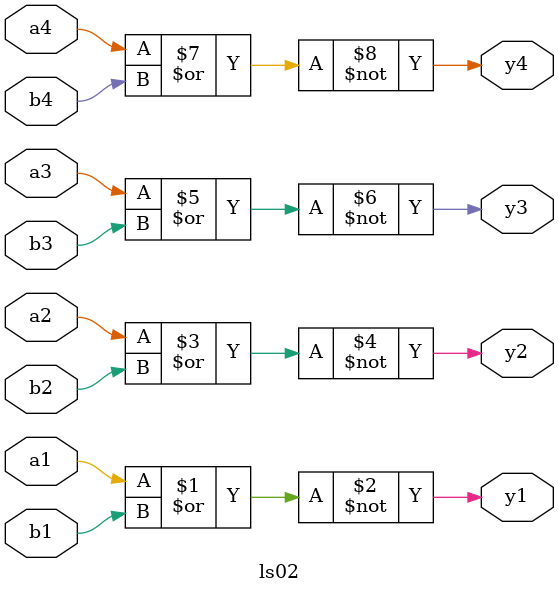
<source format=sv>

/*     _____________
     _|             |_
y1  |_|1          14|_| VCC
     _|             |_                     
a1  |_|2          13|_| y4
     _|             |_
b1  |_|3          12|_| b4
     _|             |_
y2  |_|4          11|_| a4
     _|             |_
a2  |_|5          10|_| y3
     _|             |_
b2  |_|6           9|_| b3
     _|             |_
GND |_|7           8|_| a3
      |_____________|
*/

module ls02
(
	input  a1, a2, a3, a4,
	input  b1, b2, b3, b4,
	output y1, y2, y3, y4
);

assign y1 = ~(a1 | b1);
assign y2 = ~(a2 | b2);
assign y3 = ~(a3 | b3);
assign y4 = ~(a4 | b4);
	
endmodule

</source>
